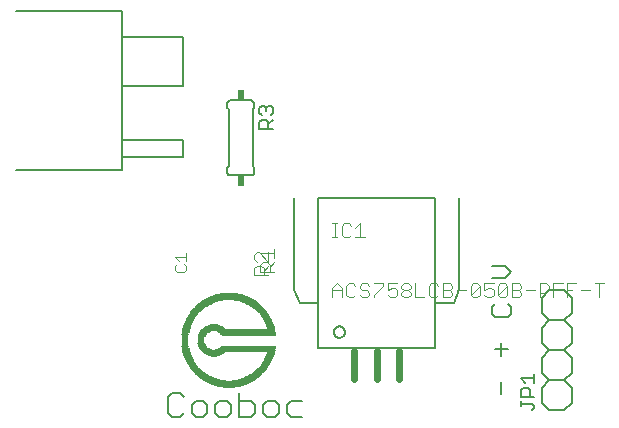
<source format=gto>
G75*
%MOIN*%
%OFA0B0*%
%FSLAX24Y24*%
%IPPOS*%
%LPD*%
%AMOC8*
5,1,8,0,0,1.08239X$1,22.5*
%
%ADD10C,0.0060*%
%ADD11C,0.0080*%
%ADD12C,0.0236*%
%ADD13C,0.0040*%
%ADD14C,0.0050*%
%ADD15R,0.0240X0.0340*%
%ADD16C,0.0070*%
%ADD17R,0.0427X0.0013*%
%ADD18R,0.0587X0.0013*%
%ADD19R,0.0721X0.0013*%
%ADD20R,0.0827X0.0013*%
%ADD21R,0.0908X0.0013*%
%ADD22R,0.1014X0.0013*%
%ADD23R,0.1094X0.0013*%
%ADD24R,0.1148X0.0013*%
%ADD25R,0.1228X0.0013*%
%ADD26R,0.1281X0.0013*%
%ADD27R,0.1335X0.0013*%
%ADD28R,0.1388X0.0013*%
%ADD29R,0.1441X0.0013*%
%ADD30R,0.1495X0.0013*%
%ADD31R,0.1548X0.0013*%
%ADD32R,0.1602X0.0013*%
%ADD33R,0.0721X0.0013*%
%ADD34R,0.0654X0.0013*%
%ADD35R,0.0654X0.0013*%
%ADD36R,0.0614X0.0013*%
%ADD37R,0.0614X0.0013*%
%ADD38R,0.0574X0.0013*%
%ADD39R,0.0547X0.0013*%
%ADD40R,0.0521X0.0013*%
%ADD41R,0.0494X0.0013*%
%ADD42R,0.0494X0.0013*%
%ADD43R,0.0467X0.0013*%
%ADD44R,0.0467X0.0013*%
%ADD45R,0.0454X0.0013*%
%ADD46R,0.0454X0.0013*%
%ADD47R,0.0440X0.0013*%
%ADD48R,0.0427X0.0013*%
%ADD49R,0.0414X0.0013*%
%ADD50R,0.0400X0.0013*%
%ADD51R,0.0400X0.0013*%
%ADD52R,0.0387X0.0013*%
%ADD53R,0.0387X0.0013*%
%ADD54R,0.0374X0.0013*%
%ADD55R,0.0374X0.0013*%
%ADD56R,0.0360X0.0013*%
%ADD57R,0.0360X0.0013*%
%ADD58R,0.0360X0.0013*%
%ADD59R,0.0360X0.0013*%
%ADD60R,0.0347X0.0013*%
%ADD61R,0.0347X0.0013*%
%ADD62R,0.0334X0.0013*%
%ADD63R,0.0334X0.0013*%
%ADD64R,0.0334X0.0013*%
%ADD65R,0.0334X0.0013*%
%ADD66R,0.0334X0.0013*%
%ADD67R,0.0320X0.0013*%
%ADD68R,0.0320X0.0013*%
%ADD69R,0.0307X0.0013*%
%ADD70R,0.0307X0.0013*%
%ADD71R,0.0307X0.0013*%
%ADD72R,0.0294X0.0013*%
%ADD73R,0.0294X0.0013*%
%ADD74R,0.0294X0.0013*%
%ADD75R,0.0280X0.0013*%
%ADD76R,0.0280X0.0013*%
%ADD77R,0.0280X0.0013*%
%ADD78R,0.0280X0.0013*%
%ADD79R,0.0280X0.0013*%
%ADD80R,0.0267X0.0013*%
%ADD81R,0.0267X0.0013*%
%ADD82R,0.0267X0.0013*%
%ADD83R,0.0267X0.0013*%
%ADD84R,0.0267X0.0013*%
%ADD85R,0.0267X0.0013*%
%ADD86R,0.0267X0.0013*%
%ADD87R,0.0254X0.0013*%
%ADD88R,0.0214X0.0013*%
%ADD89R,0.0320X0.0013*%
%ADD90R,0.0400X0.0013*%
%ADD91R,0.0254X0.0013*%
%ADD92R,0.0454X0.0013*%
%ADD93R,0.0254X0.0013*%
%ADD94R,0.0507X0.0013*%
%ADD95R,0.0240X0.0013*%
%ADD96R,0.0561X0.0013*%
%ADD97R,0.0240X0.0013*%
%ADD98R,0.0601X0.0013*%
%ADD99R,0.0240X0.0013*%
%ADD100R,0.0641X0.0013*%
%ADD101R,0.0667X0.0013*%
%ADD102R,0.0694X0.0013*%
%ADD103R,0.0254X0.0013*%
%ADD104R,0.0734X0.0013*%
%ADD105R,0.2416X0.0013*%
%ADD106R,0.2429X0.0013*%
%ADD107R,0.2456X0.0013*%
%ADD108R,0.0240X0.0013*%
%ADD109R,0.2469X0.0013*%
%ADD110R,0.0240X0.0013*%
%ADD111R,0.0414X0.0013*%
%ADD112R,0.2042X0.0013*%
%ADD113R,0.1989X0.0013*%
%ADD114R,0.0227X0.0013*%
%ADD115R,0.1949X0.0013*%
%ADD116R,0.1935X0.0013*%
%ADD117R,0.1909X0.0013*%
%ADD118R,0.1882X0.0013*%
%ADD119R,0.1855X0.0013*%
%ADD120R,0.0254X0.0013*%
%ADD121R,0.1842X0.0013*%
%ADD122R,0.1828X0.0013*%
%ADD123R,0.1828X0.0013*%
%ADD124R,0.0214X0.0013*%
%ADD125R,0.0227X0.0013*%
%ADD126R,0.0214X0.0013*%
%ADD127R,0.0200X0.0013*%
%ADD128R,0.0227X0.0013*%
%ADD129R,0.1815X0.0013*%
%ADD130R,0.0227X0.0013*%
%ADD131R,0.1815X0.0013*%
%ADD132R,0.1842X0.0013*%
%ADD133R,0.1869X0.0013*%
%ADD134R,0.1895X0.0013*%
%ADD135R,0.1962X0.0013*%
%ADD136R,0.0374X0.0013*%
%ADD137R,0.2002X0.0013*%
%ADD138R,0.2482X0.0013*%
%ADD139R,0.2469X0.0013*%
%ADD140R,0.0774X0.0013*%
%ADD141R,0.0747X0.0013*%
%ADD142R,0.0587X0.0013*%
%ADD143R,0.0534X0.0013*%
%ADD144R,0.0494X0.0013*%
%ADD145R,0.0427X0.0013*%
%ADD146R,0.0334X0.0013*%
%ADD147R,0.1441X0.0013*%
%ADD148R,0.1388X0.0013*%
%ADD149R,0.1228X0.0013*%
%ADD150R,0.1148X0.0013*%
%ADD151C,0.0030*%
D10*
X007279Y009429D02*
X007979Y009429D01*
X007996Y009431D01*
X008013Y009435D01*
X008029Y009442D01*
X008043Y009452D01*
X008056Y009465D01*
X008066Y009479D01*
X008073Y009495D01*
X008077Y009512D01*
X008079Y009529D01*
X008079Y009679D01*
X008029Y009729D01*
X008029Y011629D01*
X008079Y011679D01*
X008079Y011829D01*
X008077Y011846D01*
X008073Y011863D01*
X008066Y011879D01*
X008056Y011893D01*
X008043Y011906D01*
X008029Y011916D01*
X008013Y011923D01*
X007996Y011927D01*
X007979Y011929D01*
X007279Y011929D01*
X007262Y011927D01*
X007245Y011923D01*
X007229Y011916D01*
X007215Y011906D01*
X007202Y011893D01*
X007192Y011879D01*
X007185Y011863D01*
X007181Y011846D01*
X007179Y011829D01*
X007179Y011679D01*
X007229Y011629D01*
X007229Y009729D01*
X007179Y009679D01*
X007179Y009529D01*
X007181Y009512D01*
X007185Y009495D01*
X007192Y009479D01*
X007202Y009465D01*
X007215Y009452D01*
X007229Y009442D01*
X007245Y009435D01*
X007262Y009431D01*
X007279Y009429D01*
X015998Y006424D02*
X016425Y006424D01*
X016638Y006211D01*
X016425Y005997D01*
X015998Y005997D01*
X016105Y005135D02*
X015998Y005028D01*
X015998Y004815D01*
X016105Y004708D01*
X016532Y004708D01*
X016638Y004815D01*
X016638Y005028D01*
X016532Y005135D01*
X017668Y005350D02*
X017668Y004850D01*
X017918Y004600D01*
X018418Y004600D01*
X018668Y004850D01*
X018668Y005350D01*
X018418Y005600D01*
X017918Y005600D01*
X017668Y005350D01*
X017918Y004600D02*
X017668Y004350D01*
X017668Y003850D01*
X017918Y003600D01*
X018418Y003600D01*
X018668Y003350D01*
X018668Y002850D01*
X018418Y002600D01*
X018668Y002350D01*
X018668Y001850D01*
X018418Y001600D01*
X017918Y001600D01*
X017668Y001850D01*
X017668Y002350D01*
X017918Y002600D01*
X017668Y002850D01*
X017668Y003350D01*
X017918Y003600D01*
X018418Y003600D02*
X018668Y003850D01*
X018668Y004350D01*
X018418Y004600D01*
X016532Y003633D02*
X016105Y003633D01*
X016318Y003419D02*
X016318Y003846D01*
X017918Y002600D02*
X018418Y002600D01*
X016318Y002557D02*
X016318Y002130D01*
D11*
X014117Y003671D02*
X014117Y008671D01*
X010219Y008671D01*
X010219Y003671D01*
X014117Y003671D01*
X014137Y005177D02*
X014737Y005177D01*
X014924Y005620D01*
X014924Y008671D01*
X010190Y005177D02*
X009599Y005177D01*
X009412Y005620D01*
X009412Y008671D01*
X010730Y004212D02*
X010732Y004239D01*
X010738Y004265D01*
X010747Y004290D01*
X010760Y004314D01*
X010776Y004335D01*
X010795Y004354D01*
X010816Y004370D01*
X010840Y004383D01*
X010865Y004392D01*
X010891Y004398D01*
X010918Y004400D01*
X010945Y004398D01*
X010971Y004392D01*
X010996Y004383D01*
X011020Y004370D01*
X011041Y004354D01*
X011060Y004335D01*
X011076Y004314D01*
X011089Y004290D01*
X011098Y004265D01*
X011104Y004239D01*
X011106Y004212D01*
X011104Y004185D01*
X011098Y004159D01*
X011089Y004134D01*
X011076Y004110D01*
X011060Y004089D01*
X011041Y004070D01*
X011020Y004054D01*
X010996Y004041D01*
X010971Y004032D01*
X010945Y004026D01*
X010918Y004024D01*
X010891Y004026D01*
X010865Y004032D01*
X010840Y004041D01*
X010816Y004054D01*
X010795Y004070D01*
X010776Y004089D01*
X010760Y004110D01*
X010747Y004134D01*
X010738Y004159D01*
X010732Y004185D01*
X010730Y004212D01*
D12*
X011416Y003582D02*
X011416Y002647D01*
X012168Y002647D02*
X012168Y003582D01*
X012920Y003582D02*
X012920Y002647D01*
D13*
X013067Y005370D02*
X012990Y005447D01*
X012990Y005523D01*
X013067Y005600D01*
X013220Y005600D01*
X013297Y005677D01*
X013297Y005754D01*
X013220Y005830D01*
X013067Y005830D01*
X012990Y005754D01*
X012990Y005677D01*
X013067Y005600D01*
X013220Y005600D02*
X013297Y005523D01*
X013297Y005447D01*
X013220Y005370D01*
X013067Y005370D01*
X012837Y005447D02*
X012837Y005600D01*
X012760Y005677D01*
X012683Y005677D01*
X012530Y005600D01*
X012530Y005830D01*
X012837Y005830D01*
X012837Y005447D02*
X012760Y005370D01*
X012607Y005370D01*
X012530Y005447D01*
X012376Y005754D02*
X012069Y005447D01*
X012069Y005370D01*
X011916Y005447D02*
X011839Y005370D01*
X011686Y005370D01*
X011609Y005447D01*
X011456Y005447D02*
X011379Y005370D01*
X011225Y005370D01*
X011149Y005447D01*
X011149Y005754D01*
X011225Y005830D01*
X011379Y005830D01*
X011456Y005754D01*
X011609Y005754D02*
X011609Y005677D01*
X011686Y005600D01*
X011839Y005600D01*
X011916Y005523D01*
X011916Y005447D01*
X011916Y005754D02*
X011839Y005830D01*
X011686Y005830D01*
X011609Y005754D01*
X012069Y005830D02*
X012376Y005830D01*
X012376Y005754D01*
X013451Y005830D02*
X013451Y005370D01*
X013758Y005370D01*
X013911Y005447D02*
X013988Y005370D01*
X014141Y005370D01*
X014218Y005447D01*
X014371Y005370D02*
X014602Y005370D01*
X014678Y005447D01*
X014678Y005523D01*
X014602Y005600D01*
X014371Y005600D01*
X014218Y005754D02*
X014141Y005830D01*
X013988Y005830D01*
X013911Y005754D01*
X013911Y005447D01*
X014371Y005370D02*
X014371Y005830D01*
X014602Y005830D01*
X014678Y005754D01*
X014678Y005677D01*
X014602Y005600D01*
X014832Y005600D02*
X015139Y005600D01*
X015292Y005447D02*
X015599Y005754D01*
X015599Y005447D01*
X015522Y005370D01*
X015369Y005370D01*
X015292Y005447D01*
X015292Y005754D01*
X015369Y005830D01*
X015522Y005830D01*
X015599Y005754D01*
X015753Y005830D02*
X015753Y005600D01*
X015906Y005677D01*
X015983Y005677D01*
X016060Y005600D01*
X016060Y005447D01*
X015983Y005370D01*
X015829Y005370D01*
X015753Y005447D01*
X015753Y005830D02*
X016060Y005830D01*
X016213Y005754D02*
X016290Y005830D01*
X016443Y005830D01*
X016520Y005754D01*
X016213Y005447D01*
X016290Y005370D01*
X016443Y005370D01*
X016520Y005447D01*
X016520Y005754D01*
X016673Y005830D02*
X016904Y005830D01*
X016980Y005754D01*
X016980Y005677D01*
X016904Y005600D01*
X016673Y005600D01*
X016673Y005370D02*
X016904Y005370D01*
X016980Y005447D01*
X016980Y005523D01*
X016904Y005600D01*
X017134Y005600D02*
X017441Y005600D01*
X017594Y005523D02*
X017824Y005523D01*
X017901Y005600D01*
X017901Y005754D01*
X017824Y005830D01*
X017594Y005830D01*
X017594Y005370D01*
X018055Y005370D02*
X018055Y005830D01*
X018362Y005830D01*
X018515Y005830D02*
X018822Y005830D01*
X018975Y005600D02*
X019282Y005600D01*
X019436Y005830D02*
X019743Y005830D01*
X019589Y005830D02*
X019589Y005370D01*
X018668Y005600D02*
X018515Y005600D01*
X018515Y005370D02*
X018515Y005830D01*
X018208Y005600D02*
X018055Y005600D01*
X016673Y005370D02*
X016673Y005830D01*
X016213Y005754D02*
X016213Y005447D01*
X011763Y007370D02*
X011456Y007370D01*
X011609Y007370D02*
X011609Y007830D01*
X011456Y007677D01*
X011302Y007754D02*
X011225Y007830D01*
X011072Y007830D01*
X010995Y007754D01*
X010995Y007447D01*
X011072Y007370D01*
X011225Y007370D01*
X011302Y007447D01*
X010842Y007370D02*
X010688Y007370D01*
X010765Y007370D02*
X010765Y007830D01*
X010688Y007830D02*
X010842Y007830D01*
X008748Y006987D02*
X008748Y006680D01*
X008748Y006527D02*
X008595Y006373D01*
X008548Y006406D02*
X008395Y006253D01*
X008395Y006329D02*
X008395Y006099D01*
X008548Y006099D02*
X008088Y006099D01*
X008088Y006329D01*
X008165Y006406D01*
X008318Y006406D01*
X008395Y006329D01*
X008288Y006220D02*
X008288Y006450D01*
X008365Y006527D01*
X008518Y006527D01*
X008595Y006450D01*
X008595Y006220D01*
X008748Y006220D02*
X008288Y006220D01*
X008165Y006560D02*
X008088Y006636D01*
X008088Y006790D01*
X008165Y006867D01*
X008241Y006867D01*
X008548Y006560D01*
X008548Y006867D01*
X008748Y006834D02*
X008288Y006834D01*
X008441Y006680D01*
X010688Y005677D02*
X010688Y005370D01*
X010688Y005600D02*
X010995Y005600D01*
X010995Y005677D02*
X010842Y005830D01*
X010688Y005677D01*
X010995Y005677D02*
X010995Y005370D01*
D14*
X016973Y002666D02*
X017423Y002666D01*
X017423Y002516D02*
X017423Y002816D01*
X017123Y002516D02*
X016973Y002666D01*
X017048Y002356D02*
X017198Y002356D01*
X017273Y002281D01*
X017273Y002055D01*
X017423Y002055D02*
X016973Y002055D01*
X016973Y002281D01*
X017048Y002356D01*
X016973Y001895D02*
X016973Y001745D01*
X016973Y001820D02*
X017348Y001820D01*
X017423Y001745D01*
X017423Y001670D01*
X017348Y001595D01*
X005716Y010033D02*
X005716Y010624D01*
X003668Y010624D01*
X003668Y012395D01*
X005716Y012395D01*
X005716Y014049D01*
X003668Y014049D01*
X003668Y014915D01*
X000125Y014915D01*
X003668Y014049D02*
X003668Y012395D01*
X003668Y010624D02*
X003668Y010033D01*
X005716Y010033D01*
X003668Y010033D02*
X003668Y009600D01*
X000125Y009600D01*
X008254Y010983D02*
X008254Y011208D01*
X008329Y011283D01*
X008479Y011283D01*
X008554Y011208D01*
X008554Y010983D01*
X008704Y010983D02*
X008254Y010983D01*
X008554Y011133D02*
X008704Y011283D01*
X008629Y011443D02*
X008704Y011518D01*
X008704Y011669D01*
X008629Y011744D01*
X008554Y011744D01*
X008479Y011669D01*
X008479Y011593D01*
X008479Y011669D02*
X008404Y011744D01*
X008329Y011744D01*
X008254Y011669D01*
X008254Y011518D01*
X008329Y011443D01*
D15*
X007629Y012099D03*
X007629Y009259D03*
D16*
X005203Y001517D02*
X005335Y001385D01*
X005599Y001385D01*
X005730Y001517D01*
X005995Y001517D02*
X006127Y001385D01*
X006391Y001385D01*
X006522Y001517D01*
X006522Y001780D01*
X006391Y001912D01*
X006127Y001912D01*
X005995Y001780D01*
X005995Y001517D01*
X005730Y002044D02*
X005599Y002176D01*
X005335Y002176D01*
X005203Y002044D01*
X005203Y001517D01*
X006787Y001517D02*
X006919Y001385D01*
X007182Y001385D01*
X007314Y001517D01*
X007314Y001780D01*
X007182Y001912D01*
X006919Y001912D01*
X006787Y001780D01*
X006787Y001517D01*
X007579Y001385D02*
X007579Y002176D01*
X007579Y001912D02*
X007974Y001912D01*
X008106Y001780D01*
X008106Y001517D01*
X007974Y001385D01*
X007579Y001385D01*
X008371Y001517D02*
X008503Y001385D01*
X008766Y001385D01*
X008898Y001517D01*
X008898Y001780D01*
X008766Y001912D01*
X008503Y001912D01*
X008371Y001780D01*
X008371Y001517D01*
X009163Y001517D02*
X009294Y001385D01*
X009690Y001385D01*
X009163Y001517D02*
X009163Y001780D01*
X009294Y001912D01*
X009690Y001912D01*
D17*
X007236Y002350D03*
D18*
X007236Y002363D03*
X007236Y005473D03*
D19*
X007237Y005460D03*
X006769Y005273D03*
X006729Y004312D03*
X006769Y002564D03*
X007237Y002377D03*
D20*
X007237Y002390D03*
X007237Y005446D03*
D21*
X007236Y005433D03*
X007236Y002403D03*
D22*
X007237Y002417D03*
X007237Y005420D03*
D23*
X007237Y005406D03*
X007237Y002430D03*
D24*
X007236Y002443D03*
D25*
X007237Y002457D03*
D26*
X007237Y002470D03*
X007237Y005366D03*
D27*
X007237Y005353D03*
X007237Y002483D03*
D28*
X007237Y002497D03*
D29*
X007236Y002510D03*
D30*
X007236Y002524D03*
X007236Y005313D03*
D31*
X007236Y005300D03*
X007236Y002537D03*
D32*
X007236Y002550D03*
X007236Y005286D03*
D33*
X007704Y005273D03*
X007704Y002564D03*
D34*
X006723Y002577D03*
X006736Y004339D03*
X006723Y005260D03*
D35*
X007750Y005260D03*
X007750Y002577D03*
D36*
X006676Y002590D03*
X006676Y005246D03*
D37*
X007797Y005246D03*
X006729Y004352D03*
X007797Y002590D03*
D38*
X007830Y002604D03*
X006643Y002604D03*
X006643Y005233D03*
X007830Y005233D03*
D39*
X007870Y005220D03*
X006603Y005220D03*
X006603Y002617D03*
X007870Y002617D03*
D40*
X007897Y002630D03*
X006576Y002630D03*
X006576Y005206D03*
X007897Y005206D03*
D41*
X006549Y005193D03*
X006522Y005179D03*
X006522Y002657D03*
X006549Y002644D03*
D42*
X007924Y002644D03*
X007951Y002657D03*
X007951Y005179D03*
X007924Y005193D03*
D43*
X006496Y005166D03*
X006496Y002670D03*
D44*
X007977Y002670D03*
X007977Y005166D03*
D45*
X008024Y005139D03*
X006476Y005153D03*
X006476Y002684D03*
X008024Y002697D03*
D46*
X007997Y002684D03*
X006449Y002697D03*
X006449Y005139D03*
X007997Y005153D03*
D47*
X008044Y005126D03*
X006429Y005126D03*
X006429Y002710D03*
X008044Y002710D03*
D48*
X008064Y002724D03*
X006409Y002724D03*
X006409Y005113D03*
X008064Y005113D03*
D49*
X008084Y005099D03*
X006389Y005099D03*
X006389Y002737D03*
X008084Y002737D03*
D50*
X006369Y002750D03*
X006369Y005086D03*
D51*
X008104Y005086D03*
X008104Y002750D03*
D52*
X006349Y002764D03*
X006349Y005073D03*
D53*
X008124Y005073D03*
X008124Y002764D03*
D54*
X008144Y002777D03*
X008157Y002790D03*
X006476Y003605D03*
X006329Y002777D03*
X006329Y005059D03*
X008144Y005059D03*
X008157Y005046D03*
D55*
X006729Y004419D03*
X006316Y005046D03*
X006316Y002790D03*
D56*
X006296Y002804D03*
X006282Y005019D03*
X006296Y005033D03*
D57*
X008177Y005033D03*
X008191Y005019D03*
X008177Y002804D03*
D58*
X006282Y002817D03*
D59*
X008191Y002817D03*
D60*
X008211Y002830D03*
X006262Y002830D03*
D61*
X006249Y002844D03*
X006462Y004219D03*
X006249Y004993D03*
X006262Y005006D03*
X008211Y005006D03*
X008224Y004993D03*
X008224Y002844D03*
D62*
X008244Y002857D03*
X008258Y002871D03*
X006229Y002857D03*
X006229Y004979D03*
X008244Y004979D03*
X008258Y004966D03*
X008271Y004953D03*
D63*
X008284Y004939D03*
X006442Y004205D03*
X006456Y003618D03*
X006215Y002871D03*
X006189Y004939D03*
X006215Y004966D03*
D64*
X006202Y002884D03*
D65*
X008271Y002884D03*
D66*
X008284Y002897D03*
X006189Y002897D03*
D67*
X006169Y002911D03*
X006169Y004926D03*
D68*
X006436Y003631D03*
X008304Y002911D03*
X008304Y004926D03*
D69*
X006429Y004192D03*
X006162Y004913D03*
X006162Y002924D03*
D70*
X006135Y002951D03*
X006416Y003645D03*
X006135Y004886D03*
X008311Y004913D03*
X008324Y004899D03*
X008338Y004886D03*
X008351Y004873D03*
X008351Y002964D03*
X008338Y002951D03*
X008324Y002937D03*
X008311Y002924D03*
D71*
X006149Y002937D03*
X006122Y002964D03*
X006122Y004873D03*
X006149Y004899D03*
D72*
X006115Y004859D03*
X006089Y004832D03*
X006062Y004792D03*
X006022Y004739D03*
X006729Y004432D03*
X006409Y004178D03*
X006022Y003097D03*
X006062Y003044D03*
X006089Y003004D03*
X006115Y002977D03*
X008358Y002977D03*
X008384Y003004D03*
X008398Y003017D03*
X008398Y003031D03*
X008411Y003044D03*
X008424Y003057D03*
X008451Y003097D03*
X008451Y004739D03*
X008424Y004779D03*
X008411Y004792D03*
X008398Y004806D03*
X008398Y004819D03*
X008384Y004832D03*
X008358Y004859D03*
D73*
X006102Y004846D03*
X006049Y004779D03*
X006049Y003057D03*
X006102Y002991D03*
D74*
X006075Y003017D03*
X006075Y003031D03*
X008371Y002991D03*
X008371Y004846D03*
X006075Y004819D03*
X006075Y004806D03*
D75*
X006042Y004766D03*
X006042Y003071D03*
D76*
X006015Y003111D03*
X006002Y003124D03*
X005975Y003178D03*
X006402Y003658D03*
X005975Y004659D03*
X005989Y004686D03*
X006002Y004699D03*
X006002Y004712D03*
X006015Y004726D03*
X008431Y004766D03*
X008444Y004752D03*
X008458Y004726D03*
X008471Y004712D03*
X008471Y004699D03*
X008484Y004686D03*
X008498Y004659D03*
X008498Y003178D03*
X008471Y003124D03*
X008458Y003111D03*
X008444Y003084D03*
X008431Y003071D03*
D77*
X006389Y003671D03*
X006389Y004165D03*
X006029Y004752D03*
X006029Y003084D03*
D78*
X006002Y003137D03*
X008471Y003137D03*
D79*
X008484Y003151D03*
X005989Y003151D03*
D80*
X005982Y003164D03*
X005969Y003191D03*
X005955Y003204D03*
X005955Y003218D03*
X005942Y003231D03*
X005942Y003244D03*
X005889Y003351D03*
X005889Y004485D03*
X005942Y004592D03*
X005942Y004606D03*
X005955Y004619D03*
X005955Y004632D03*
X008518Y004632D03*
X008518Y004619D03*
X008531Y004606D03*
X008531Y004592D03*
X008558Y004552D03*
X008558Y004539D03*
X008571Y004525D03*
X008571Y004512D03*
X008585Y004485D03*
X008598Y004459D03*
X008598Y003378D03*
X008585Y003351D03*
X008571Y003324D03*
X008571Y003311D03*
X008531Y003244D03*
X008531Y003231D03*
X008518Y003218D03*
X008518Y003204D03*
X008504Y003191D03*
X008491Y003164D03*
D81*
X008544Y003258D03*
X008544Y003271D03*
X008544Y004566D03*
X008544Y004579D03*
X006382Y004152D03*
X005875Y004459D03*
X005915Y004539D03*
X005915Y004552D03*
X005929Y004566D03*
X005929Y004579D03*
X005875Y003378D03*
X005929Y003271D03*
X005929Y003258D03*
D82*
X005915Y003284D03*
D83*
X005969Y004646D03*
X008504Y004646D03*
X008558Y003284D03*
D84*
X005915Y003298D03*
D85*
X005982Y004672D03*
X008491Y004672D03*
X008558Y003298D03*
D86*
X005902Y003311D03*
X005902Y003324D03*
X005902Y004512D03*
X005902Y004525D03*
D87*
X005895Y004499D03*
X005882Y004472D03*
X005869Y004445D03*
X005869Y004432D03*
X005855Y004419D03*
X005855Y004405D03*
X005828Y004325D03*
X006362Y004125D03*
X006362Y003711D03*
X006362Y003698D03*
X005828Y003511D03*
X005842Y003471D03*
X005855Y003418D03*
X005869Y003404D03*
X005869Y003391D03*
X005882Y003364D03*
X005895Y003338D03*
X008578Y003338D03*
X008591Y003364D03*
X008605Y003391D03*
X008605Y003404D03*
X008618Y003418D03*
X008631Y003471D03*
X008618Y004405D03*
X008618Y004419D03*
X008605Y004432D03*
X008605Y004445D03*
X008591Y004472D03*
X008578Y004499D03*
D88*
X006729Y003391D03*
D89*
X006729Y003404D03*
D90*
X006729Y003418D03*
D91*
X005855Y003431D03*
X005842Y004365D03*
X008631Y004365D03*
X008618Y003431D03*
D92*
X006729Y003431D03*
D93*
X006349Y004098D03*
X005855Y004392D03*
X005855Y003444D03*
X008618Y003444D03*
X008618Y004392D03*
D94*
X006729Y003444D03*
D95*
X005848Y003458D03*
X005808Y003565D03*
X005808Y003605D03*
X005808Y004232D03*
X005808Y004245D03*
X005808Y004259D03*
X005808Y004272D03*
X005848Y004379D03*
X008638Y004352D03*
X008638Y004339D03*
X008651Y004312D03*
X008651Y004299D03*
X008651Y004285D03*
X008651Y003525D03*
X008638Y003498D03*
X008638Y003484D03*
D96*
X006729Y003458D03*
D97*
X006356Y003725D03*
X006342Y003738D03*
X006342Y003751D03*
X006329Y003778D03*
X006329Y004045D03*
X006329Y004058D03*
X006342Y004085D03*
X006356Y004112D03*
X005822Y004285D03*
X005822Y004299D03*
X005822Y004312D03*
X005795Y004205D03*
X005795Y004192D03*
X005795Y004178D03*
X005795Y003658D03*
X005795Y003645D03*
X005795Y003631D03*
X005822Y003551D03*
X005822Y003538D03*
X005822Y003525D03*
X008625Y003458D03*
X008625Y004379D03*
D98*
X006736Y003471D03*
D99*
X006316Y003818D03*
X005782Y003725D03*
X005782Y003711D03*
X005835Y003498D03*
X005835Y003484D03*
X005782Y004112D03*
X005782Y004125D03*
X005835Y004339D03*
X005835Y004352D03*
D100*
X006729Y003484D03*
D101*
X006729Y003498D03*
D102*
X006729Y003511D03*
X006729Y004325D03*
D103*
X008645Y004325D03*
X008645Y003511D03*
D104*
X006736Y003525D03*
D105*
X007564Y003538D03*
D106*
X007557Y003551D03*
D107*
X007557Y003565D03*
X007557Y004272D03*
D108*
X005808Y003578D03*
D109*
X007550Y003578D03*
D110*
X005808Y003591D03*
D111*
X006509Y003591D03*
D112*
X007764Y003591D03*
D113*
X007790Y003605D03*
D114*
X006336Y003765D03*
X006322Y003791D03*
X006322Y003805D03*
X006322Y004018D03*
X006322Y004032D03*
X005788Y004138D03*
X005788Y004152D03*
X005788Y004165D03*
X005802Y004219D03*
X005775Y004085D03*
X005775Y004058D03*
X005775Y004045D03*
X005775Y004032D03*
X005775Y003805D03*
X005775Y003791D03*
X005775Y003778D03*
X005775Y003765D03*
X005775Y003751D03*
X005775Y003738D03*
X005788Y003698D03*
X005788Y003685D03*
X005788Y003671D03*
X005802Y003618D03*
D115*
X007810Y003618D03*
X007824Y004205D03*
D116*
X007830Y003631D03*
D117*
X007844Y003645D03*
X007844Y004192D03*
D118*
X007857Y003658D03*
D119*
X007870Y003671D03*
X007870Y004152D03*
D120*
X006376Y004138D03*
X006376Y003685D03*
D121*
X007877Y003685D03*
D122*
X007884Y003698D03*
X007884Y004138D03*
D123*
X007897Y004112D03*
X007897Y003725D03*
X007897Y003711D03*
D124*
X005768Y003818D03*
X005768Y003831D03*
X005768Y003845D03*
X005768Y003858D03*
X005768Y003872D03*
X005768Y003885D03*
X005768Y003898D03*
X005768Y003912D03*
X005768Y003925D03*
X005768Y003938D03*
X005768Y003952D03*
X005768Y003965D03*
X005768Y003978D03*
X005768Y003992D03*
X005768Y004005D03*
X005768Y004018D03*
D125*
X006309Y004005D03*
X006309Y003992D03*
X006309Y003978D03*
X006309Y003858D03*
X006309Y003845D03*
X006309Y003831D03*
D126*
X006302Y003872D03*
X006302Y003885D03*
X006302Y003898D03*
X006302Y003925D03*
X006302Y003938D03*
X006302Y003952D03*
X006302Y003965D03*
D127*
X006296Y003912D03*
D128*
X006336Y004072D03*
X005775Y004072D03*
D129*
X007904Y004085D03*
D130*
X005775Y004098D03*
D131*
X007904Y004098D03*
D132*
X007890Y004125D03*
D133*
X007864Y004165D03*
D134*
X007850Y004178D03*
D135*
X007804Y004219D03*
D136*
X006489Y004232D03*
D137*
X007784Y004232D03*
D138*
X007543Y004245D03*
D139*
X007550Y004259D03*
D140*
X006729Y004285D03*
D141*
X006729Y004299D03*
D142*
X006729Y004365D03*
D143*
X006729Y004379D03*
D144*
X006736Y004392D03*
D145*
X006729Y004405D03*
X007236Y005486D03*
D146*
X006202Y004953D03*
D147*
X007236Y005326D03*
D148*
X007237Y005340D03*
D149*
X007237Y005380D03*
D150*
X007236Y005393D03*
D151*
X005809Y006283D02*
X005809Y006406D01*
X005747Y006468D01*
X005809Y006590D02*
X005809Y006836D01*
X005809Y006713D02*
X005439Y006713D01*
X005562Y006590D01*
X005500Y006468D02*
X005439Y006406D01*
X005439Y006283D01*
X005500Y006221D01*
X005747Y006221D01*
X005809Y006283D01*
M02*

</source>
